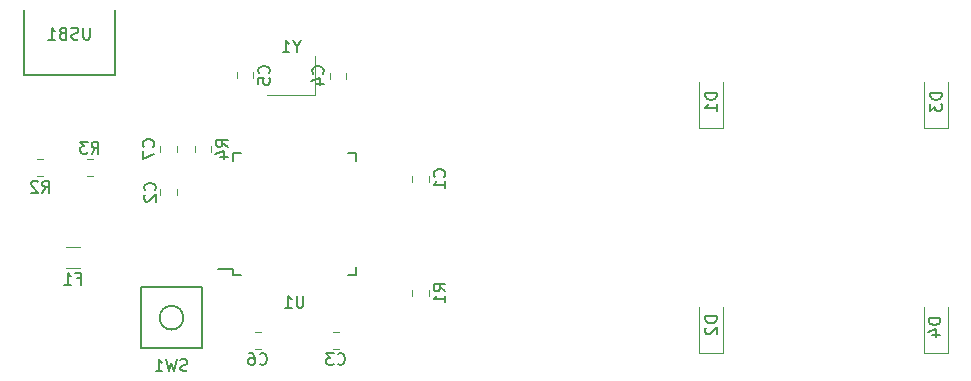
<source format=gbr>
G04 #@! TF.GenerationSoftware,KiCad,Pcbnew,5.1.5*
G04 #@! TF.CreationDate,2020-05-13T22:07:09+08:00*
G04 #@! TF.ProjectId,Balisong,42616c69-736f-46e6-972e-6b696361645f,rev?*
G04 #@! TF.SameCoordinates,Original*
G04 #@! TF.FileFunction,Legend,Bot*
G04 #@! TF.FilePolarity,Positive*
%FSLAX46Y46*%
G04 Gerber Fmt 4.6, Leading zero omitted, Abs format (unit mm)*
G04 Created by KiCad (PCBNEW 5.1.5) date 2020-05-13 22:07:09*
%MOMM*%
%LPD*%
G04 APERTURE LIST*
%ADD10C,0.120000*%
%ADD11C,0.150000*%
G04 APERTURE END LIST*
D10*
X56948000Y-62952000D02*
X52948000Y-62952000D01*
X56948000Y-59652000D02*
X56948000Y-62952000D01*
D11*
X32345000Y-55753000D02*
X32345000Y-61203000D01*
X40045000Y-55753000D02*
X40045000Y-61203000D01*
X32345000Y-61203000D02*
X40045000Y-61203000D01*
X50070000Y-77625000D02*
X48795000Y-77625000D01*
X60420000Y-78200000D02*
X59745000Y-78200000D01*
X60420000Y-67850000D02*
X59745000Y-67850000D01*
X50070000Y-67850000D02*
X50745000Y-67850000D01*
X50070000Y-78200000D02*
X50745000Y-78200000D01*
X50070000Y-67850000D02*
X50070000Y-68525000D01*
X60420000Y-67850000D02*
X60420000Y-68525000D01*
X60420000Y-78200000D02*
X60420000Y-77525000D01*
X50070000Y-78200000D02*
X50070000Y-77625000D01*
X47431000Y-79188000D02*
X42231000Y-79188000D01*
X42231000Y-79188000D02*
X42231000Y-84388000D01*
X42231000Y-84388000D02*
X47431000Y-84388000D01*
X47431000Y-84388000D02*
X47431000Y-79188000D01*
X45831000Y-81788000D02*
G75*
G03X45831000Y-81788000I-1000000J0D01*
G01*
D10*
X46788000Y-67744078D02*
X46788000Y-67226922D01*
X48208000Y-67744078D02*
X48208000Y-67226922D01*
X38153078Y-69798000D02*
X37635922Y-69798000D01*
X38153078Y-68378000D02*
X37635922Y-68378000D01*
X33474922Y-68378000D02*
X33992078Y-68378000D01*
X33474922Y-69798000D02*
X33992078Y-69798000D01*
X66623000Y-79448922D02*
X66623000Y-79966078D01*
X65203000Y-79448922D02*
X65203000Y-79966078D01*
X35883436Y-75798000D02*
X37087564Y-75798000D01*
X35883436Y-77618000D02*
X37087564Y-77618000D01*
X110537500Y-84800000D02*
X110537500Y-80900000D01*
X108537500Y-84800000D02*
X108537500Y-80900000D01*
X110537500Y-84800000D02*
X108537500Y-84800000D01*
X110537500Y-65750000D02*
X110537500Y-61850000D01*
X108537500Y-65750000D02*
X108537500Y-61850000D01*
X110537500Y-65750000D02*
X108537500Y-65750000D01*
X91487500Y-84800000D02*
X91487500Y-80900000D01*
X89487500Y-84800000D02*
X89487500Y-80900000D01*
X91487500Y-84800000D02*
X89487500Y-84800000D01*
X91487500Y-65750000D02*
X91487500Y-61850000D01*
X89487500Y-65750000D02*
X89487500Y-61850000D01*
X91487500Y-65750000D02*
X89487500Y-65750000D01*
X45287000Y-67226922D02*
X45287000Y-67744078D01*
X43867000Y-67226922D02*
X43867000Y-67744078D01*
X51859922Y-82983000D02*
X52377078Y-82983000D01*
X51859922Y-84403000D02*
X52377078Y-84403000D01*
X50344000Y-61521078D02*
X50344000Y-61003922D01*
X51764000Y-61521078D02*
X51764000Y-61003922D01*
X59638000Y-61033922D02*
X59638000Y-61551078D01*
X58218000Y-61033922D02*
X58218000Y-61551078D01*
X58981078Y-84403000D02*
X58463922Y-84403000D01*
X58981078Y-82983000D02*
X58463922Y-82983000D01*
X43867000Y-71427078D02*
X43867000Y-70909922D01*
X45287000Y-71427078D02*
X45287000Y-70909922D01*
X65203000Y-70284078D02*
X65203000Y-69766922D01*
X66623000Y-70284078D02*
X66623000Y-69766922D01*
D11*
X55424190Y-58828190D02*
X55424190Y-59304380D01*
X55757523Y-58304380D02*
X55424190Y-58828190D01*
X55090857Y-58304380D01*
X54233714Y-59304380D02*
X54805142Y-59304380D01*
X54519428Y-59304380D02*
X54519428Y-58304380D01*
X54614666Y-58447238D01*
X54709904Y-58542476D01*
X54805142Y-58590095D01*
X37933095Y-57237380D02*
X37933095Y-58046904D01*
X37885476Y-58142142D01*
X37837857Y-58189761D01*
X37742619Y-58237380D01*
X37552142Y-58237380D01*
X37456904Y-58189761D01*
X37409285Y-58142142D01*
X37361666Y-58046904D01*
X37361666Y-57237380D01*
X36933095Y-58189761D02*
X36790238Y-58237380D01*
X36552142Y-58237380D01*
X36456904Y-58189761D01*
X36409285Y-58142142D01*
X36361666Y-58046904D01*
X36361666Y-57951666D01*
X36409285Y-57856428D01*
X36456904Y-57808809D01*
X36552142Y-57761190D01*
X36742619Y-57713571D01*
X36837857Y-57665952D01*
X36885476Y-57618333D01*
X36933095Y-57523095D01*
X36933095Y-57427857D01*
X36885476Y-57332619D01*
X36837857Y-57285000D01*
X36742619Y-57237380D01*
X36504523Y-57237380D01*
X36361666Y-57285000D01*
X35599761Y-57713571D02*
X35456904Y-57761190D01*
X35409285Y-57808809D01*
X35361666Y-57904047D01*
X35361666Y-58046904D01*
X35409285Y-58142142D01*
X35456904Y-58189761D01*
X35552142Y-58237380D01*
X35933095Y-58237380D01*
X35933095Y-57237380D01*
X35599761Y-57237380D01*
X35504523Y-57285000D01*
X35456904Y-57332619D01*
X35409285Y-57427857D01*
X35409285Y-57523095D01*
X35456904Y-57618333D01*
X35504523Y-57665952D01*
X35599761Y-57713571D01*
X35933095Y-57713571D01*
X34409285Y-58237380D02*
X34980714Y-58237380D01*
X34695000Y-58237380D02*
X34695000Y-57237380D01*
X34790238Y-57380238D01*
X34885476Y-57475476D01*
X34980714Y-57523095D01*
X56006904Y-79927380D02*
X56006904Y-80736904D01*
X55959285Y-80832142D01*
X55911666Y-80879761D01*
X55816428Y-80927380D01*
X55625952Y-80927380D01*
X55530714Y-80879761D01*
X55483095Y-80832142D01*
X55435476Y-80736904D01*
X55435476Y-79927380D01*
X54435476Y-80927380D02*
X55006904Y-80927380D01*
X54721190Y-80927380D02*
X54721190Y-79927380D01*
X54816428Y-80070238D01*
X54911666Y-80165476D01*
X55006904Y-80213095D01*
X46164333Y-86256761D02*
X46021476Y-86304380D01*
X45783380Y-86304380D01*
X45688142Y-86256761D01*
X45640523Y-86209142D01*
X45592904Y-86113904D01*
X45592904Y-86018666D01*
X45640523Y-85923428D01*
X45688142Y-85875809D01*
X45783380Y-85828190D01*
X45973857Y-85780571D01*
X46069095Y-85732952D01*
X46116714Y-85685333D01*
X46164333Y-85590095D01*
X46164333Y-85494857D01*
X46116714Y-85399619D01*
X46069095Y-85352000D01*
X45973857Y-85304380D01*
X45735761Y-85304380D01*
X45592904Y-85352000D01*
X45259571Y-85304380D02*
X45021476Y-86304380D01*
X44831000Y-85590095D01*
X44640523Y-86304380D01*
X44402428Y-85304380D01*
X43497666Y-86304380D02*
X44069095Y-86304380D01*
X43783380Y-86304380D02*
X43783380Y-85304380D01*
X43878619Y-85447238D01*
X43973857Y-85542476D01*
X44069095Y-85590095D01*
X49600380Y-67318833D02*
X49124190Y-66985500D01*
X49600380Y-66747404D02*
X48600380Y-66747404D01*
X48600380Y-67128357D01*
X48648000Y-67223595D01*
X48695619Y-67271214D01*
X48790857Y-67318833D01*
X48933714Y-67318833D01*
X49028952Y-67271214D01*
X49076571Y-67223595D01*
X49124190Y-67128357D01*
X49124190Y-66747404D01*
X48933714Y-68175976D02*
X49600380Y-68175976D01*
X48552761Y-67937880D02*
X49267047Y-67699785D01*
X49267047Y-68318833D01*
X38061166Y-67890380D02*
X38394500Y-67414190D01*
X38632595Y-67890380D02*
X38632595Y-66890380D01*
X38251642Y-66890380D01*
X38156404Y-66938000D01*
X38108785Y-66985619D01*
X38061166Y-67080857D01*
X38061166Y-67223714D01*
X38108785Y-67318952D01*
X38156404Y-67366571D01*
X38251642Y-67414190D01*
X38632595Y-67414190D01*
X37727833Y-66890380D02*
X37108785Y-66890380D01*
X37442119Y-67271333D01*
X37299261Y-67271333D01*
X37204023Y-67318952D01*
X37156404Y-67366571D01*
X37108785Y-67461809D01*
X37108785Y-67699904D01*
X37156404Y-67795142D01*
X37204023Y-67842761D01*
X37299261Y-67890380D01*
X37584976Y-67890380D01*
X37680214Y-67842761D01*
X37727833Y-67795142D01*
X33900166Y-71190380D02*
X34233500Y-70714190D01*
X34471595Y-71190380D02*
X34471595Y-70190380D01*
X34090642Y-70190380D01*
X33995404Y-70238000D01*
X33947785Y-70285619D01*
X33900166Y-70380857D01*
X33900166Y-70523714D01*
X33947785Y-70618952D01*
X33995404Y-70666571D01*
X34090642Y-70714190D01*
X34471595Y-70714190D01*
X33519214Y-70285619D02*
X33471595Y-70238000D01*
X33376357Y-70190380D01*
X33138261Y-70190380D01*
X33043023Y-70238000D01*
X32995404Y-70285619D01*
X32947785Y-70380857D01*
X32947785Y-70476095D01*
X32995404Y-70618952D01*
X33566833Y-71190380D01*
X32947785Y-71190380D01*
X68016380Y-79540833D02*
X67540190Y-79207500D01*
X68016380Y-78969404D02*
X67016380Y-78969404D01*
X67016380Y-79350357D01*
X67064000Y-79445595D01*
X67111619Y-79493214D01*
X67206857Y-79540833D01*
X67349714Y-79540833D01*
X67444952Y-79493214D01*
X67492571Y-79445595D01*
X67540190Y-79350357D01*
X67540190Y-78969404D01*
X68016380Y-80493214D02*
X68016380Y-79921785D01*
X68016380Y-80207500D02*
X67016380Y-80207500D01*
X67159238Y-80112261D01*
X67254476Y-80017023D01*
X67302095Y-79921785D01*
X36818833Y-78456571D02*
X37152166Y-78456571D01*
X37152166Y-78980380D02*
X37152166Y-77980380D01*
X36675976Y-77980380D01*
X35771214Y-78980380D02*
X36342642Y-78980380D01*
X36056928Y-78980380D02*
X36056928Y-77980380D01*
X36152166Y-78123238D01*
X36247404Y-78218476D01*
X36342642Y-78266095D01*
X109926380Y-81811904D02*
X108926380Y-81811904D01*
X108926380Y-82050000D01*
X108974000Y-82192857D01*
X109069238Y-82288095D01*
X109164476Y-82335714D01*
X109354952Y-82383333D01*
X109497809Y-82383333D01*
X109688285Y-82335714D01*
X109783523Y-82288095D01*
X109878761Y-82192857D01*
X109926380Y-82050000D01*
X109926380Y-81811904D01*
X109259714Y-83240476D02*
X109926380Y-83240476D01*
X108878761Y-83002380D02*
X109593047Y-82764285D01*
X109593047Y-83383333D01*
X110053380Y-62761904D02*
X109053380Y-62761904D01*
X109053380Y-63000000D01*
X109101000Y-63142857D01*
X109196238Y-63238095D01*
X109291476Y-63285714D01*
X109481952Y-63333333D01*
X109624809Y-63333333D01*
X109815285Y-63285714D01*
X109910523Y-63238095D01*
X110005761Y-63142857D01*
X110053380Y-63000000D01*
X110053380Y-62761904D01*
X109053380Y-63666666D02*
X109053380Y-64285714D01*
X109434333Y-63952380D01*
X109434333Y-64095238D01*
X109481952Y-64190476D01*
X109529571Y-64238095D01*
X109624809Y-64285714D01*
X109862904Y-64285714D01*
X109958142Y-64238095D01*
X110005761Y-64190476D01*
X110053380Y-64095238D01*
X110053380Y-63809523D01*
X110005761Y-63714285D01*
X109958142Y-63666666D01*
X91003380Y-81684904D02*
X90003380Y-81684904D01*
X90003380Y-81923000D01*
X90051000Y-82065857D01*
X90146238Y-82161095D01*
X90241476Y-82208714D01*
X90431952Y-82256333D01*
X90574809Y-82256333D01*
X90765285Y-82208714D01*
X90860523Y-82161095D01*
X90955761Y-82065857D01*
X91003380Y-81923000D01*
X91003380Y-81684904D01*
X90098619Y-82637285D02*
X90051000Y-82684904D01*
X90003380Y-82780142D01*
X90003380Y-83018238D01*
X90051000Y-83113476D01*
X90098619Y-83161095D01*
X90193857Y-83208714D01*
X90289095Y-83208714D01*
X90431952Y-83161095D01*
X91003380Y-82589666D01*
X91003380Y-83208714D01*
X91003380Y-62761904D02*
X90003380Y-62761904D01*
X90003380Y-63000000D01*
X90051000Y-63142857D01*
X90146238Y-63238095D01*
X90241476Y-63285714D01*
X90431952Y-63333333D01*
X90574809Y-63333333D01*
X90765285Y-63285714D01*
X90860523Y-63238095D01*
X90955761Y-63142857D01*
X91003380Y-63000000D01*
X91003380Y-62761904D01*
X91003380Y-64285714D02*
X91003380Y-63714285D01*
X91003380Y-64000000D02*
X90003380Y-64000000D01*
X90146238Y-63904761D01*
X90241476Y-63809523D01*
X90289095Y-63714285D01*
X43284142Y-67318833D02*
X43331761Y-67271214D01*
X43379380Y-67128357D01*
X43379380Y-67033119D01*
X43331761Y-66890261D01*
X43236523Y-66795023D01*
X43141285Y-66747404D01*
X42950809Y-66699785D01*
X42807952Y-66699785D01*
X42617476Y-66747404D01*
X42522238Y-66795023D01*
X42427000Y-66890261D01*
X42379380Y-67033119D01*
X42379380Y-67128357D01*
X42427000Y-67271214D01*
X42474619Y-67318833D01*
X42379380Y-67652166D02*
X42379380Y-68318833D01*
X43379380Y-67890261D01*
X52285166Y-85700142D02*
X52332785Y-85747761D01*
X52475642Y-85795380D01*
X52570880Y-85795380D01*
X52713738Y-85747761D01*
X52808976Y-85652523D01*
X52856595Y-85557285D01*
X52904214Y-85366809D01*
X52904214Y-85223952D01*
X52856595Y-85033476D01*
X52808976Y-84938238D01*
X52713738Y-84843000D01*
X52570880Y-84795380D01*
X52475642Y-84795380D01*
X52332785Y-84843000D01*
X52285166Y-84890619D01*
X51428023Y-84795380D02*
X51618500Y-84795380D01*
X51713738Y-84843000D01*
X51761357Y-84890619D01*
X51856595Y-85033476D01*
X51904214Y-85223952D01*
X51904214Y-85604904D01*
X51856595Y-85700142D01*
X51808976Y-85747761D01*
X51713738Y-85795380D01*
X51523261Y-85795380D01*
X51428023Y-85747761D01*
X51380404Y-85700142D01*
X51332785Y-85604904D01*
X51332785Y-85366809D01*
X51380404Y-85271571D01*
X51428023Y-85223952D01*
X51523261Y-85176333D01*
X51713738Y-85176333D01*
X51808976Y-85223952D01*
X51856595Y-85271571D01*
X51904214Y-85366809D01*
X53061142Y-61095833D02*
X53108761Y-61048214D01*
X53156380Y-60905357D01*
X53156380Y-60810119D01*
X53108761Y-60667261D01*
X53013523Y-60572023D01*
X52918285Y-60524404D01*
X52727809Y-60476785D01*
X52584952Y-60476785D01*
X52394476Y-60524404D01*
X52299238Y-60572023D01*
X52204000Y-60667261D01*
X52156380Y-60810119D01*
X52156380Y-60905357D01*
X52204000Y-61048214D01*
X52251619Y-61095833D01*
X52156380Y-62000595D02*
X52156380Y-61524404D01*
X52632571Y-61476785D01*
X52584952Y-61524404D01*
X52537333Y-61619642D01*
X52537333Y-61857738D01*
X52584952Y-61952976D01*
X52632571Y-62000595D01*
X52727809Y-62048214D01*
X52965904Y-62048214D01*
X53061142Y-62000595D01*
X53108761Y-61952976D01*
X53156380Y-61857738D01*
X53156380Y-61619642D01*
X53108761Y-61524404D01*
X53061142Y-61476785D01*
X57635142Y-61125833D02*
X57682761Y-61078214D01*
X57730380Y-60935357D01*
X57730380Y-60840119D01*
X57682761Y-60697261D01*
X57587523Y-60602023D01*
X57492285Y-60554404D01*
X57301809Y-60506785D01*
X57158952Y-60506785D01*
X56968476Y-60554404D01*
X56873238Y-60602023D01*
X56778000Y-60697261D01*
X56730380Y-60840119D01*
X56730380Y-60935357D01*
X56778000Y-61078214D01*
X56825619Y-61125833D01*
X57063714Y-61982976D02*
X57730380Y-61982976D01*
X56682761Y-61744880D02*
X57397047Y-61506785D01*
X57397047Y-62125833D01*
X58889166Y-85701142D02*
X58936785Y-85748761D01*
X59079642Y-85796380D01*
X59174880Y-85796380D01*
X59317738Y-85748761D01*
X59412976Y-85653523D01*
X59460595Y-85558285D01*
X59508214Y-85367809D01*
X59508214Y-85224952D01*
X59460595Y-85034476D01*
X59412976Y-84939238D01*
X59317738Y-84844000D01*
X59174880Y-84796380D01*
X59079642Y-84796380D01*
X58936785Y-84844000D01*
X58889166Y-84891619D01*
X58555833Y-84796380D02*
X57936785Y-84796380D01*
X58270119Y-85177333D01*
X58127261Y-85177333D01*
X58032023Y-85224952D01*
X57984404Y-85272571D01*
X57936785Y-85367809D01*
X57936785Y-85605904D01*
X57984404Y-85701142D01*
X58032023Y-85748761D01*
X58127261Y-85796380D01*
X58412976Y-85796380D01*
X58508214Y-85748761D01*
X58555833Y-85701142D01*
X43410142Y-71001833D02*
X43457761Y-70954214D01*
X43505380Y-70811357D01*
X43505380Y-70716119D01*
X43457761Y-70573261D01*
X43362523Y-70478023D01*
X43267285Y-70430404D01*
X43076809Y-70382785D01*
X42933952Y-70382785D01*
X42743476Y-70430404D01*
X42648238Y-70478023D01*
X42553000Y-70573261D01*
X42505380Y-70716119D01*
X42505380Y-70811357D01*
X42553000Y-70954214D01*
X42600619Y-71001833D01*
X42600619Y-71382785D02*
X42553000Y-71430404D01*
X42505380Y-71525642D01*
X42505380Y-71763738D01*
X42553000Y-71858976D01*
X42600619Y-71906595D01*
X42695857Y-71954214D01*
X42791095Y-71954214D01*
X42933952Y-71906595D01*
X43505380Y-71335166D01*
X43505380Y-71954214D01*
X67920142Y-69858833D02*
X67967761Y-69811214D01*
X68015380Y-69668357D01*
X68015380Y-69573119D01*
X67967761Y-69430261D01*
X67872523Y-69335023D01*
X67777285Y-69287404D01*
X67586809Y-69239785D01*
X67443952Y-69239785D01*
X67253476Y-69287404D01*
X67158238Y-69335023D01*
X67063000Y-69430261D01*
X67015380Y-69573119D01*
X67015380Y-69668357D01*
X67063000Y-69811214D01*
X67110619Y-69858833D01*
X68015380Y-70811214D02*
X68015380Y-70239785D01*
X68015380Y-70525500D02*
X67015380Y-70525500D01*
X67158238Y-70430261D01*
X67253476Y-70335023D01*
X67301095Y-70239785D01*
M02*

</source>
